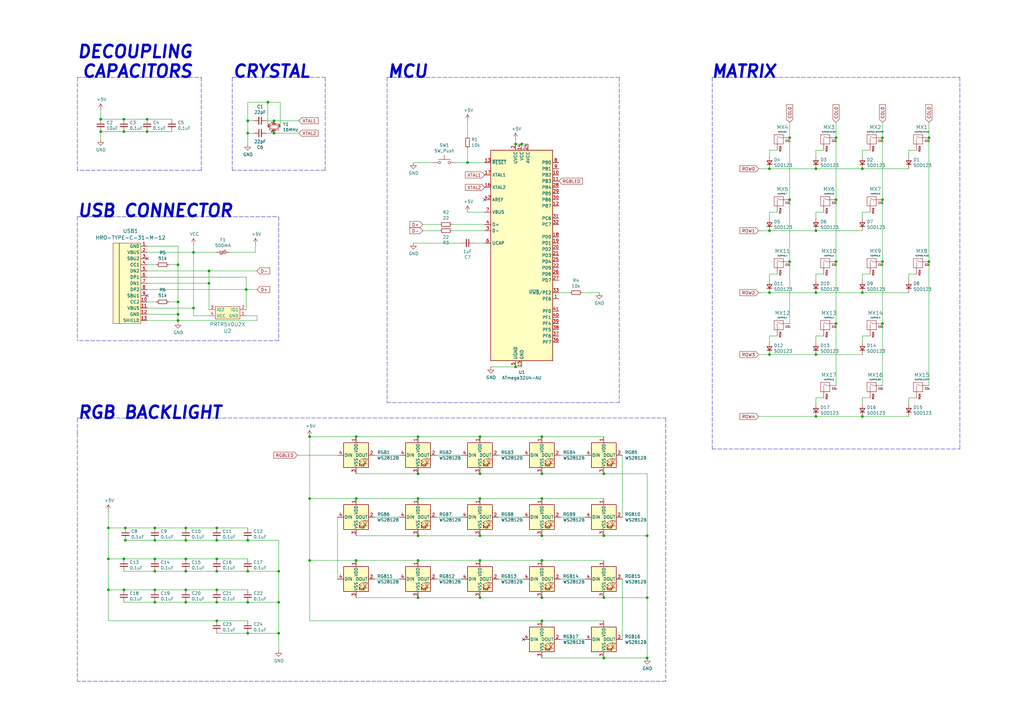
<source format=kicad_sch>
(kicad_sch (version 20200512) (host eeschema "(5.99.0-1822-g1792479ca)")
  (page 1 1)
  (paper "A3")
  (title_block (title "Picopad") (date "2020-06-18") (rev "v01") (comment 1 "License Information: https://opensource.org/licenses/MIT") (comment 2 "License: MIT") (comment 3 "Author: Humphrey Kwok") (comment 4 "Hotswappable Cherry-MX keyboard PCB supports RGB backlights"))
  (junction (at 41.275 48.895))
  (junction (at 41.275 53.975))
  (junction (at 44.45 216.535))
  (junction (at 44.45 229.235))
  (junction (at 44.45 241.935))
  (junction (at 50.8 48.895))
  (junction (at 50.8 53.975))
  (junction (at 50.8 229.235))
  (junction (at 50.8 241.935))
  (junction (at 51.435 216.535))
  (junction (at 51.435 221.615))
  (junction (at 60.325 48.895))
  (junction (at 60.325 53.975))
  (junction (at 63.5 216.535))
  (junction (at 63.5 221.615))
  (junction (at 63.5 229.235))
  (junction (at 63.5 234.315))
  (junction (at 63.5 241.935))
  (junction (at 63.5 247.015))
  (junction (at 73.025 108.585))
  (junction (at 73.025 123.825))
  (junction (at 73.025 128.905))
  (junction (at 73.025 131.445))
  (junction (at 76.2 216.535))
  (junction (at 76.2 221.615))
  (junction (at 76.2 229.235))
  (junction (at 76.2 234.315))
  (junction (at 76.2 241.935))
  (junction (at 76.2 247.015))
  (junction (at 79.375 103.505))
  (junction (at 79.375 126.365))
  (junction (at 85.725 111.125))
  (junction (at 85.725 116.205))
  (junction (at 88.9 216.535))
  (junction (at 88.9 221.615))
  (junction (at 88.9 229.235))
  (junction (at 88.9 234.315))
  (junction (at 88.9 241.935))
  (junction (at 88.9 247.015))
  (junction (at 88.9 254.635))
  (junction (at 100.965 118.745))
  (junction (at 101.6 49.53))
  (junction (at 101.6 54.61))
  (junction (at 101.6 221.615))
  (junction (at 101.6 234.315))
  (junction (at 101.6 247.015))
  (junction (at 101.6 259.715))
  (junction (at 109.855 41.91))
  (junction (at 112.395 49.53))
  (junction (at 112.395 54.61))
  (junction (at 114.3 234.315))
  (junction (at 114.3 247.015))
  (junction (at 114.3 259.715))
  (junction (at 127 179.07))
  (junction (at 127 204.47))
  (junction (at 127 229.87))
  (junction (at 146.05 179.07))
  (junction (at 146.05 204.47))
  (junction (at 146.05 229.87))
  (junction (at 171.45 179.07))
  (junction (at 171.45 194.31))
  (junction (at 171.45 204.47))
  (junction (at 171.45 219.71))
  (junction (at 171.45 229.87))
  (junction (at 171.45 245.11))
  (junction (at 191.77 66.675))
  (junction (at 196.85 179.07))
  (junction (at 196.85 194.31))
  (junction (at 196.85 204.47))
  (junction (at 196.85 219.71))
  (junction (at 196.85 229.87))
  (junction (at 196.85 245.11))
  (junction (at 211.455 59.055))
  (junction (at 211.455 150.495))
  (junction (at 213.995 59.055))
  (junction (at 222.25 179.07))
  (junction (at 222.25 194.31))
  (junction (at 222.25 204.47))
  (junction (at 222.25 219.71))
  (junction (at 222.25 229.87))
  (junction (at 222.25 245.11))
  (junction (at 222.25 254.635))
  (junction (at 247.65 194.31))
  (junction (at 247.65 219.71))
  (junction (at 247.65 245.11))
  (junction (at 247.65 269.875))
  (junction (at 265.43 219.71))
  (junction (at 265.43 245.11))
  (junction (at 265.43 269.875))
  (junction (at 315.595 69.215))
  (junction (at 315.595 94.615))
  (junction (at 315.595 120.015))
  (junction (at 315.595 145.415))
  (junction (at 323.85 56.515))
  (junction (at 323.85 81.915))
  (junction (at 323.85 107.315))
  (junction (at 334.645 69.215))
  (junction (at 334.645 94.615))
  (junction (at 334.645 120.015))
  (junction (at 334.645 145.415))
  (junction (at 334.645 170.815))
  (junction (at 342.9 56.515))
  (junction (at 342.9 81.915))
  (junction (at 342.9 107.315))
  (junction (at 342.9 132.715))
  (junction (at 353.695 69.215))
  (junction (at 353.695 120.015))
  (junction (at 353.695 170.815))
  (junction (at 361.95 56.515))
  (junction (at 361.95 81.915))
  (junction (at 361.95 107.315))
  (junction (at 361.95 132.715))
  (junction (at 381 56.515))
  (junction (at 381 107.315))
  (no_connect (at 214.63 262.255))
  (no_connect (at 198.755 81.915))
  (no_connect (at 60.325 106.045))
  (no_connect (at 60.325 121.285))
  (wire (pts (xy 41.275 45.085) (xy 41.275 48.895)))
  (wire (pts (xy 41.275 48.895) (xy 50.8 48.895)))
  (wire (pts (xy 41.275 53.975) (xy 41.275 57.15)))
  (wire (pts (xy 41.275 53.975) (xy 50.8 53.975)))
  (wire (pts (xy 44.45 209.55) (xy 44.45 216.535)))
  (wire (pts (xy 44.45 216.535) (xy 44.45 229.235)))
  (wire (pts (xy 44.45 216.535) (xy 51.435 216.535)))
  (wire (pts (xy 44.45 229.235) (xy 44.45 241.935)))
  (wire (pts (xy 44.45 229.235) (xy 50.8 229.235)))
  (wire (pts (xy 44.45 241.935) (xy 44.45 254.635)))
  (wire (pts (xy 44.45 241.935) (xy 50.8 241.935)))
  (wire (pts (xy 44.45 254.635) (xy 88.9 254.635)))
  (wire (pts (xy 50.8 48.895) (xy 60.325 48.895)))
  (wire (pts (xy 50.8 53.975) (xy 60.325 53.975)))
  (wire (pts (xy 50.8 221.615) (xy 51.435 221.615)))
  (wire (pts (xy 50.8 229.235) (xy 63.5 229.235)))
  (wire (pts (xy 50.8 234.315) (xy 63.5 234.315)))
  (wire (pts (xy 50.8 241.935) (xy 63.5 241.935)))
  (wire (pts (xy 50.8 247.015) (xy 63.5 247.015)))
  (wire (pts (xy 51.435 216.535) (xy 63.5 216.535)))
  (wire (pts (xy 51.435 221.615) (xy 63.5 221.615)))
  (wire (pts (xy 60.325 48.895) (xy 70.485 48.895)))
  (wire (pts (xy 60.325 53.975) (xy 70.485 53.975)))
  (wire (pts (xy 60.325 100.965) (xy 73.025 100.965)))
  (wire (pts (xy 60.325 103.505) (xy 79.375 103.505)))
  (wire (pts (xy 60.325 108.585) (xy 64.135 108.585)))
  (wire (pts (xy 60.325 111.125) (xy 85.725 111.125)))
  (wire (pts (xy 60.325 113.665) (xy 100.965 113.665)))
  (wire (pts (xy 60.325 116.205) (xy 85.725 116.205)))
  (wire (pts (xy 60.325 118.745) (xy 100.965 118.745)))
  (wire (pts (xy 60.325 123.825) (xy 64.135 123.825)))
  (wire (pts (xy 60.325 126.365) (xy 79.375 126.365)))
  (wire (pts (xy 60.325 128.905) (xy 73.025 128.905)))
  (wire (pts (xy 60.325 131.445) (xy 73.025 131.445)))
  (wire (pts (xy 63.5 216.535) (xy 76.2 216.535)))
  (wire (pts (xy 63.5 221.615) (xy 76.2 221.615)))
  (wire (pts (xy 63.5 229.235) (xy 76.2 229.235)))
  (wire (pts (xy 63.5 234.315) (xy 76.2 234.315)))
  (wire (pts (xy 63.5 241.935) (xy 76.2 241.935)))
  (wire (pts (xy 63.5 247.015) (xy 76.2 247.015)))
  (wire (pts (xy 69.215 108.585) (xy 73.025 108.585)))
  (wire (pts (xy 69.215 123.825) (xy 73.025 123.825)))
  (wire (pts (xy 73.025 100.965) (xy 73.025 108.585)))
  (wire (pts (xy 73.025 108.585) (xy 73.025 123.825)))
  (wire (pts (xy 73.025 123.825) (xy 73.025 128.905)))
  (wire (pts (xy 73.025 128.905) (xy 73.025 131.445)))
  (wire (pts (xy 73.025 131.445) (xy 73.025 132.08)))
  (wire (pts (xy 73.025 131.445) (xy 105.41 131.445)))
  (wire (pts (xy 76.2 216.535) (xy 88.9 216.535)))
  (wire (pts (xy 76.2 221.615) (xy 88.9 221.615)))
  (wire (pts (xy 76.2 229.235) (xy 88.9 229.235)))
  (wire (pts (xy 76.2 234.315) (xy 88.9 234.315)))
  (wire (pts (xy 76.2 241.935) (xy 88.9 241.935)))
  (wire (pts (xy 76.2 247.015) (xy 88.9 247.015)))
  (wire (pts (xy 79.375 100.33) (xy 79.375 103.505)))
  (wire (pts (xy 79.375 103.505) (xy 79.375 126.365)))
  (wire (pts (xy 79.375 103.505) (xy 88.9 103.505)))
  (wire (pts (xy 79.375 126.365) (xy 79.375 129.54)))
  (wire (pts (xy 79.375 129.54) (xy 85.725 129.54)))
  (wire (pts (xy 85.725 111.125) (xy 85.725 116.205)))
  (wire (pts (xy 85.725 111.125) (xy 105.41 111.125)))
  (wire (pts (xy 85.725 116.205) (xy 85.725 127)))
  (wire (pts (xy 88.9 216.535) (xy 101.6 216.535)))
  (wire (pts (xy 88.9 221.615) (xy 101.6 221.615)))
  (wire (pts (xy 88.9 229.235) (xy 101.6 229.235)))
  (wire (pts (xy 88.9 234.315) (xy 101.6 234.315)))
  (wire (pts (xy 88.9 241.935) (xy 101.6 241.935)))
  (wire (pts (xy 88.9 247.015) (xy 101.6 247.015)))
  (wire (pts (xy 88.9 254.635) (xy 101.6 254.635)))
  (wire (pts (xy 88.9 259.715) (xy 101.6 259.715)))
  (wire (pts (xy 93.98 103.505) (xy 104.775 103.505)))
  (wire (pts (xy 100.965 113.665) (xy 100.965 118.745)))
  (wire (pts (xy 100.965 118.745) (xy 100.965 127)))
  (wire (pts (xy 100.965 118.745) (xy 105.41 118.745)))
  (wire (pts (xy 100.965 129.54) (xy 105.41 129.54)))
  (wire (pts (xy 101.6 41.91) (xy 101.6 49.53)))
  (wire (pts (xy 101.6 49.53) (xy 101.6 54.61)))
  (wire (pts (xy 101.6 54.61) (xy 101.6 59.055)))
  (wire (pts (xy 101.6 221.615) (xy 114.3 221.615)))
  (wire (pts (xy 101.6 234.315) (xy 114.3 234.315)))
  (wire (pts (xy 101.6 247.015) (xy 114.3 247.015)))
  (wire (pts (xy 101.6 259.715) (xy 114.3 259.715)))
  (wire (pts (xy 104.14 49.53) (xy 101.6 49.53)))
  (wire (pts (xy 104.14 54.61) (xy 101.6 54.61)))
  (wire (pts (xy 104.775 103.505) (xy 104.775 100.33)))
  (wire (pts (xy 105.41 131.445) (xy 105.41 129.54)))
  (wire (pts (xy 109.855 41.91) (xy 101.6 41.91)))
  (wire (pts (xy 109.855 41.91) (xy 109.855 52.07)))
  (wire (pts (xy 112.395 49.53) (xy 109.22 49.53)))
  (wire (pts (xy 112.395 49.53) (xy 122.555 49.53)))
  (wire (pts (xy 112.395 54.61) (xy 109.22 54.61)))
  (wire (pts (xy 112.395 54.61) (xy 122.555 54.61)))
  (wire (pts (xy 114.3 221.615) (xy 114.3 234.315)))
  (wire (pts (xy 114.3 234.315) (xy 114.3 247.015)))
  (wire (pts (xy 114.3 247.015) (xy 114.3 259.715)))
  (wire (pts (xy 114.3 259.715) (xy 114.3 266.7)))
  (wire (pts (xy 114.935 41.91) (xy 109.855 41.91)))
  (wire (pts (xy 114.935 52.07) (xy 114.935 41.91)))
  (wire (pts (xy 121.92 186.69) (xy 138.43 186.69)))
  (wire (pts (xy 127 179.07) (xy 127 204.47)))
  (wire (pts (xy 127 179.07) (xy 146.05 179.07)))
  (wire (pts (xy 127 204.47) (xy 127 229.87)))
  (wire (pts (xy 127 204.47) (xy 146.05 204.47)))
  (wire (pts (xy 127 229.87) (xy 127 254.635)))
  (wire (pts (xy 127 229.87) (xy 146.05 229.87)))
  (wire (pts (xy 127 254.635) (xy 222.25 254.635)))
  (wire (pts (xy 138.43 212.09) (xy 138.43 237.49)))
  (wire (pts (xy 146.05 179.07) (xy 171.45 179.07)))
  (wire (pts (xy 146.05 194.31) (xy 171.45 194.31)))
  (wire (pts (xy 146.05 204.47) (xy 171.45 204.47)))
  (wire (pts (xy 146.05 219.71) (xy 171.45 219.71)))
  (wire (pts (xy 146.05 229.87) (xy 171.45 229.87)))
  (wire (pts (xy 146.05 245.11) (xy 171.45 245.11)))
  (wire (pts (xy 153.67 186.69) (xy 163.83 186.69)))
  (wire (pts (xy 153.67 212.09) (xy 163.83 212.09)))
  (wire (pts (xy 153.67 237.49) (xy 163.83 237.49)))
  (wire (pts (xy 169.545 66.675) (xy 177.165 66.675)))
  (wire (pts (xy 169.545 99.695) (xy 189.23 99.695)))
  (wire (pts (xy 171.45 179.07) (xy 196.85 179.07)))
  (wire (pts (xy 171.45 194.31) (xy 196.85 194.31)))
  (wire (pts (xy 171.45 204.47) (xy 196.85 204.47)))
  (wire (pts (xy 171.45 219.71) (xy 196.85 219.71)))
  (wire (pts (xy 171.45 229.87) (xy 196.85 229.87)))
  (wire (pts (xy 171.45 245.11) (xy 196.85 245.11)))
  (wire (pts (xy 173.355 92.075) (xy 180.34 92.075)))
  (wire (pts (xy 173.355 94.615) (xy 180.34 94.615)))
  (wire (pts (xy 179.07 186.69) (xy 189.23 186.69)))
  (wire (pts (xy 179.07 212.09) (xy 189.23 212.09)))
  (wire (pts (xy 179.07 237.49) (xy 189.23 237.49)))
  (wire (pts (xy 185.42 92.075) (xy 198.755 92.075)))
  (wire (pts (xy 185.42 94.615) (xy 198.755 94.615)))
  (wire (pts (xy 187.325 66.675) (xy 191.77 66.675)))
  (wire (pts (xy 191.77 49.53) (xy 191.77 55.88)))
  (wire (pts (xy 191.77 60.96) (xy 191.77 66.675)))
  (wire (pts (xy 191.77 66.675) (xy 198.755 66.675)))
  (wire (pts (xy 191.77 86.995) (xy 198.755 86.995)))
  (wire (pts (xy 194.31 99.695) (xy 198.755 99.695)))
  (wire (pts (xy 196.85 179.07) (xy 222.25 179.07)))
  (wire (pts (xy 196.85 194.31) (xy 222.25 194.31)))
  (wire (pts (xy 196.85 204.47) (xy 222.25 204.47)))
  (wire (pts (xy 196.85 219.71) (xy 222.25 219.71)))
  (wire (pts (xy 196.85 229.87) (xy 222.25 229.87)))
  (wire (pts (xy 196.85 245.11) (xy 222.25 245.11)))
  (wire (pts (xy 201.295 150.495) (xy 211.455 150.495)))
  (wire (pts (xy 204.47 186.69) (xy 214.63 186.69)))
  (wire (pts (xy 204.47 212.09) (xy 214.63 212.09)))
  (wire (pts (xy 204.47 237.49) (xy 214.63 237.49)))
  (wire (pts (xy 211.455 57.15) (xy 211.455 59.055)))
  (wire (pts (xy 211.455 59.055) (xy 213.995 59.055)))
  (wire (pts (xy 211.455 150.495) (xy 213.995 150.495)))
  (wire (pts (xy 213.995 59.055) (xy 216.535 59.055)))
  (wire (pts (xy 222.25 179.07) (xy 247.65 179.07)))
  (wire (pts (xy 222.25 194.31) (xy 247.65 194.31)))
  (wire (pts (xy 222.25 204.47) (xy 247.65 204.47)))
  (wire (pts (xy 222.25 219.71) (xy 247.65 219.71)))
  (wire (pts (xy 222.25 229.87) (xy 247.65 229.87)))
  (wire (pts (xy 222.25 245.11) (xy 247.65 245.11)))
  (wire (pts (xy 222.25 254.635) (xy 247.65 254.635)))
  (wire (pts (xy 222.25 269.875) (xy 247.65 269.875)))
  (wire (pts (xy 229.235 120.015) (xy 233.68 120.015)))
  (wire (pts (xy 229.87 186.69) (xy 240.03 186.69)))
  (wire (pts (xy 229.87 212.09) (xy 240.03 212.09)))
  (wire (pts (xy 229.87 237.49) (xy 240.03 237.49)))
  (wire (pts (xy 229.87 262.255) (xy 240.03 262.255)))
  (wire (pts (xy 238.76 120.015) (xy 245.745 120.015)))
  (wire (pts (xy 247.65 194.31) (xy 265.43 194.31)))
  (wire (pts (xy 247.65 219.71) (xy 265.43 219.71)))
  (wire (pts (xy 247.65 245.11) (xy 265.43 245.11)))
  (wire (pts (xy 247.65 269.875) (xy 265.43 269.875)))
  (wire (pts (xy 255.27 186.69) (xy 255.27 212.09)))
  (wire (pts (xy 255.27 237.49) (xy 255.27 262.255)))
  (wire (pts (xy 265.43 194.31) (xy 265.43 219.71)))
  (wire (pts (xy 265.43 219.71) (xy 265.43 245.11)))
  (wire (pts (xy 265.43 245.11) (xy 265.43 269.875)))
  (wire (pts (xy 311.15 69.215) (xy 315.595 69.215)))
  (wire (pts (xy 311.15 94.615) (xy 315.595 94.615)))
  (wire (pts (xy 311.15 120.015) (xy 315.595 120.015)))
  (wire (pts (xy 311.15 145.415) (xy 315.595 145.415)))
  (wire (pts (xy 311.15 170.815) (xy 334.645 170.815)))
  (wire (pts (xy 315.595 61.595) (xy 315.595 64.135)))
  (wire (pts (xy 315.595 69.215) (xy 334.645 69.215)))
  (wire (pts (xy 315.595 86.995) (xy 315.595 89.535)))
  (wire (pts (xy 315.595 94.615) (xy 334.645 94.615)))
  (wire (pts (xy 315.595 112.395) (xy 315.595 114.935)))
  (wire (pts (xy 315.595 120.015) (xy 334.645 120.015)))
  (wire (pts (xy 315.595 137.795) (xy 318.77 137.795)))
  (wire (pts (xy 315.595 140.335) (xy 315.595 137.795)))
  (wire (pts (xy 315.595 145.415) (xy 334.645 145.415)))
  (wire (pts (xy 318.77 61.595) (xy 315.595 61.595)))
  (wire (pts (xy 318.77 86.995) (xy 315.595 86.995)))
  (wire (pts (xy 318.77 112.395) (xy 315.595 112.395)))
  (wire (pts (xy 323.85 50.165) (xy 323.85 56.515)))
  (wire (pts (xy 323.85 56.515) (xy 323.85 81.915)))
  (wire (pts (xy 323.85 81.915) (xy 323.85 107.315)))
  (wire (pts (xy 323.85 107.315) (xy 323.85 132.715)))
  (wire (pts (xy 334.645 61.595) (xy 334.645 64.135)))
  (wire (pts (xy 334.645 69.215) (xy 353.695 69.215)))
  (wire (pts (xy 334.645 86.995) (xy 334.645 89.535)))
  (wire (pts (xy 334.645 94.615) (xy 353.695 94.615)))
  (wire (pts (xy 334.645 112.395) (xy 334.645 114.935)))
  (wire (pts (xy 334.645 120.015) (xy 353.695 120.015)))
  (wire (pts (xy 334.645 137.795) (xy 337.82 137.795)))
  (wire (pts (xy 334.645 140.335) (xy 334.645 137.795)))
  (wire (pts (xy 334.645 145.415) (xy 353.695 145.415)))
  (wire (pts (xy 334.645 163.195) (xy 337.82 163.195)))
  (wire (pts (xy 334.645 165.735) (xy 334.645 163.195)))
  (wire (pts (xy 334.645 170.815) (xy 353.695 170.815)))
  (wire (pts (xy 337.82 61.595) (xy 334.645 61.595)))
  (wire (pts (xy 337.82 86.995) (xy 334.645 86.995)))
  (wire (pts (xy 337.82 112.395) (xy 334.645 112.395)))
  (wire (pts (xy 342.9 50.165) (xy 342.9 56.515)))
  (wire (pts (xy 342.9 56.515) (xy 342.9 81.915)))
  (wire (pts (xy 342.9 81.915) (xy 342.9 107.315)))
  (wire (pts (xy 342.9 107.315) (xy 342.9 132.715)))
  (wire (pts (xy 342.9 132.715) (xy 342.9 158.115)))
  (wire (pts (xy 353.695 61.595) (xy 353.695 64.135)))
  (wire (pts (xy 353.695 69.215) (xy 372.745 69.215)))
  (wire (pts (xy 353.695 86.995) (xy 353.695 89.535)))
  (wire (pts (xy 353.695 112.395) (xy 353.695 114.935)))
  (wire (pts (xy 353.695 120.015) (xy 372.745 120.015)))
  (wire (pts (xy 353.695 137.795) (xy 356.87 137.795)))
  (wire (pts (xy 353.695 140.335) (xy 353.695 137.795)))
  (wire (pts (xy 353.695 163.195) (xy 356.87 163.195)))
  (wire (pts (xy 353.695 165.735) (xy 353.695 163.195)))
  (wire (pts (xy 353.695 170.815) (xy 372.745 170.815)))
  (wire (pts (xy 356.87 61.595) (xy 353.695 61.595)))
  (wire (pts (xy 356.87 86.995) (xy 353.695 86.995)))
  (wire (pts (xy 356.87 112.395) (xy 353.695 112.395)))
  (wire (pts (xy 361.95 50.165) (xy 361.95 56.515)))
  (wire (pts (xy 361.95 56.515) (xy 361.95 81.915)))
  (wire (pts (xy 361.95 81.915) (xy 361.95 107.315)))
  (wire (pts (xy 361.95 107.315) (xy 361.95 132.715)))
  (wire (pts (xy 361.95 132.715) (xy 361.95 158.115)))
  (wire (pts (xy 372.745 61.595) (xy 372.745 64.135)))
  (wire (pts (xy 372.745 112.395) (xy 372.745 114.935)))
  (wire (pts (xy 372.745 163.195) (xy 375.92 163.195)))
  (wire (pts (xy 372.745 165.735) (xy 372.745 163.195)))
  (wire (pts (xy 375.92 61.595) (xy 372.745 61.595)))
  (wire (pts (xy 375.92 112.395) (xy 372.745 112.395)))
  (wire (pts (xy 381 50.165) (xy 381 56.515)))
  (wire (pts (xy 381 56.515) (xy 381 107.315)))
  (wire (pts (xy 381 107.315) (xy 381 158.115)))
  (polyline (pts (xy 31.75 31.75) (xy 31.75 69.85)) (stroke (width 0) (type dash)))
  (polyline (pts (xy 31.75 31.75) (xy 82.55 31.75)) (stroke (width 0) (type dash)))
  (polyline (pts (xy 31.75 88.9) (xy 31.75 139.7)) (stroke (width 0) (type dash)))
  (polyline (pts (xy 31.75 88.9) (xy 114.3 88.9)) (stroke (width 0) (type dash)))
  (polyline (pts (xy 31.75 171.45) (xy 273.05 171.45)) (stroke (width 0) (type dash)))
  (polyline (pts (xy 31.75 177.8) (xy 31.75 171.45)) (stroke (width 0) (type dash)))
  (polyline (pts (xy 31.75 177.8) (xy 31.75 279.4)) (stroke (width 0) (type dash)))
  (polyline (pts (xy 82.55 31.75) (xy 82.55 69.85)) (stroke (width 0) (type dash)))
  (polyline (pts (xy 82.55 69.85) (xy 31.75 69.85)) (stroke (width 0) (type dash)))
  (polyline (pts (xy 95.25 31.75) (xy 95.25 69.85)) (stroke (width 0) (type dash)))
  (polyline (pts (xy 95.25 31.75) (xy 133.35 31.75)) (stroke (width 0) (type dash)))
  (polyline (pts (xy 114.3 88.9) (xy 114.3 139.7)) (stroke (width 0) (type dash)))
  (polyline (pts (xy 114.3 139.7) (xy 31.75 139.7)) (stroke (width 0) (type dash)))
  (polyline (pts (xy 133.35 31.75) (xy 133.35 69.85)) (stroke (width 0) (type dash)))
  (polyline (pts (xy 133.35 69.85) (xy 95.25 69.85)) (stroke (width 0) (type dash)))
  (polyline (pts (xy 158.75 31.75) (xy 158.75 165.1)) (stroke (width 0) (type dash)))
  (polyline (pts (xy 158.75 31.75) (xy 254 31.75)) (stroke (width 0) (type dash)))
  (polyline (pts (xy 254 31.75) (xy 254 165.1)) (stroke (width 0) (type dash)))
  (polyline (pts (xy 254 165.1) (xy 158.75 165.1)) (stroke (width 0) (type dash)))
  (polyline (pts (xy 273.05 171.45) (xy 273.05 279.4)) (stroke (width 0) (type dash)))
  (polyline (pts (xy 273.05 279.4) (xy 31.75 279.4)) (stroke (width 0) (type dash)))
  (polyline (pts (xy 292.1 31.75) (xy 292.1 184.15)) (stroke (width 0) (type dash)))
  (polyline (pts (xy 292.1 31.75) (xy 393.7 31.75)) (stroke (width 0) (type dash)))
  (polyline (pts (xy 292.1 184.15) (xy 393.7 184.15)) (stroke (width 0) (type dash)))
  (polyline (pts (xy 393.7 184.15) (xy 393.7 31.75)) (stroke (width 0) (type dash)))
  (text "DECOUPLING\nCAPACITORS" (at 79.375 32.385 180) (effects (font (size 5 5) (thickness 1) bold italic) (justify right bottom)))
  (text "RGB BACKLIGHT\n\n" (at 91.44 180.34 180) (effects (font (size 5 5) (thickness 1) bold italic) (justify right bottom)))
  (text "USB CONNECTOR\n" (at 95.885 89.535 180) (effects (font (size 5 5) (thickness 1) bold italic) (justify right bottom)))
  (text "CRYSTAL" (at 127.635 32.385 180) (effects (font (size 5 5) (thickness 1) bold italic) (justify right bottom)))
  (text "MCU\n" (at 175.895 32.385 180) (effects (font (size 5 5) (thickness 1) bold italic) (justify right bottom)))
  (text "MATRIX" (at 318.77 32.385 180) (effects (font (size 5 5) (thickness 1) bold italic) (justify right bottom)))
  (global_label "D-" (shape input) (at 105.41 111.125 0))
  (global_label "D+" (shape input) (at 105.41 118.745 0))
  (global_label "RGBLED" (shape input) (at 121.92 186.69 180))
  (global_label "XTAL1" (shape input) (at 122.555 49.53 0))
  (global_label "XTAL2" (shape input) (at 122.555 54.61 0))
  (global_label "D+" (shape input) (at 173.355 92.075 180))
  (global_label "D-" (shape input) (at 173.355 94.615 180))
  (global_label "XTAL1" (shape input) (at 198.755 71.755 180))
  (global_label "XTAL2" (shape input) (at 198.755 76.835 180))
  (global_label "RGBLED" (shape input) (at 229.235 74.295 0))
  (global_label "ROW0" (shape input) (at 311.15 69.215 180))
  (global_label "ROW1" (shape input) (at 311.15 94.615 180))
  (global_label "ROW2" (shape input) (at 311.15 120.015 180))
  (global_label "ROW3" (shape input) (at 311.15 145.415 180))
  (global_label "ROW4" (shape input) (at 311.15 170.815 180))
  (global_label "COL0" (shape input) (at 323.85 50.165 90))
  (global_label "COL0" (shape input) (at 342.9 50.165 90))
  (global_label "COL0" (shape input) (at 361.95 50.165 90))
  (global_label "COL0" (shape input) (at 381 50.165 90))
  (symbol (lib_id "power:+5V") (at 41.275 45.085 0) (unit 1)
    (property "Reference" "#PWR0116" (effects hide))
    (property "Value" "+5V" (at 41.6433 40.7606 0))
  )
  (symbol (lib_id "power:+5V") (at 44.45 209.55 0) (unit 1)
    (property "Reference" "#PWR0101" (effects hide))
    (property "Value" "+5V" (at 44.8183 205.2256 0))
  )
  (symbol (lib_id "power:VCC") (at 79.375 100.33 0) (unit 1)
    (property "Reference" "#PWR0102" (effects hide))
    (property "Value" "VCC" (at 79.7433 96.0056 0))
  )
  (symbol (lib_id "power:+5V") (at 104.775 100.33 0) (unit 1)
    (property "Reference" "#PWR0103" (effects hide))
    (property "Value" "+5V" (at 105.1433 96.0056 0))
  )
  (symbol (lib_id "power:+5V") (at 127 179.07 0) (unit 1)
    (property "Reference" "#PWR0117" (effects hide))
    (property "Value" "+5V" (at 127.3683 174.7456 0))
  )
  (symbol (lib_id "power:+5V") (at 191.77 49.53 0) (unit 1)
    (property "Reference" "#PWR0111" (effects hide))
    (property "Value" "+5V" (at 192.1383 45.2056 0))
  )
  (symbol (lib_id "power:+5V") (at 191.77 86.995 0) (unit 1)
    (property "Reference" "#PWR0113" (effects hide))
    (property "Value" "+5V" (at 192.1383 82.6706 0))
  )
  (symbol (lib_id "power:+5V") (at 211.455 57.15 0) (unit 1)
    (property "Reference" "#PWR0110" (effects hide))
    (property "Value" "+5V" (at 211.8233 52.8256 0))
  )
  (symbol (lib_id "power:GND") (at 41.275 57.15 0) (unit 1)
    (property "Reference" "#PWR?" (effects hide))
    (property "Value" "GND" (at 41.3893 61.4744 0))
  )
  (symbol (lib_id "power:GND") (at 73.025 132.08 0) (unit 1)
    (property "Reference" "#PWR0104" (effects hide))
    (property "Value" "GND" (at 73.1393 136.4044 0))
  )
  (symbol (lib_id "power:GND") (at 101.6 59.055 0) (unit 1)
    (property "Reference" "#PWR0107" (effects hide))
    (property "Value" "GND" (at 101.7143 63.3794 0))
  )
  (symbol (lib_id "power:GND") (at 114.3 266.7 0) (unit 1)
    (property "Reference" "#PWR0106" (effects hide))
    (property "Value" "GND" (at 114.4143 271.0244 0))
  )
  (symbol (lib_id "power:GND") (at 169.545 66.675 0) (unit 1)
    (property "Reference" "#PWR0108" (effects hide))
    (property "Value" "GND" (at 169.6593 70.9994 0))
  )
  (symbol (lib_id "power:GND") (at 169.545 99.695 0) (unit 1)
    (property "Reference" "#PWR0114" (effects hide))
    (property "Value" "GND" (at 169.6593 104.0194 0))
  )
  (symbol (lib_id "power:GND") (at 201.295 150.495 0) (unit 1)
    (property "Reference" "#PWR0112" (effects hide))
    (property "Value" "GND" (at 201.4093 154.8194 0))
  )
  (symbol (lib_id "power:GND") (at 245.745 120.015 0) (unit 1)
    (property "Reference" "#PWR0109" (effects hide))
    (property "Value" "GND" (at 245.8593 124.3394 0))
  )
  (symbol (lib_id "power:GND") (at 265.43 269.875 0) (unit 1)
    (property "Reference" "#PWR0105" (effects hide))
    (property "Value" "GND" (at 265.5443 274.1994 0))
  )
  (symbol (lib_id "Device:R_Small") (at 66.675 108.585 270) (unit 1)
    (property "Reference" "R5" (at 66.675 103.638 90))
    (property "Value" "51k" (at 66.675 105.937 90))
    (property "Footprint" "Resistor_SMD:R_0805_2012Metric" (effects hide))
  )
  (symbol (lib_id "Device:R_Small") (at 66.675 123.825 270) (unit 1)
    (property "Reference" "R6" (at 66.675 118.878 90))
    (property "Value" "51k" (at 66.675 121.177 90))
    (property "Footprint" "Resistor_SMD:R_0805_2012Metric" (effects hide))
  )
  (symbol (lib_id "Device:R_Small") (at 182.88 92.075 90) (unit 1)
    (property "Reference" "R2" (at 182.88 87.1282 90))
    (property "Value" "22" (at 182.88 89.427 90))
    (property "Footprint" "Resistor_SMD:R_0805_2012Metric" (effects hide))
  )
  (symbol (lib_id "Device:R_Small") (at 182.88 94.615 270) (unit 1)
    (property "Reference" "R3" (at 182.88 99.5618 90))
    (property "Value" "22" (at 182.88 97.263 90))
    (property "Footprint" "Resistor_SMD:R_0805_2012Metric" (effects hide))
  )
  (symbol (lib_id "Device:R_Small") (at 191.77 58.42 0) (unit 1)
    (property "Reference" "R1" (at 193.2687 57.2706 0) (effects (justify left)))
    (property "Value" "10k" (at 193.269 59.569 0) (effects (justify left)))
    (property "Footprint" "Resistor_SMD:R_0805_2012Metric" (effects hide))
  )
  (symbol (lib_id "Device:R_Small") (at 236.22 120.015 90) (unit 1)
    (property "Reference" "R4" (at 236.22 115.068 90))
    (property "Value" "10k" (at 236.22 117.367 90))
    (property "Footprint" "Resistor_SMD:R_0805_2012Metric" (effects hide))
  )
  (symbol (lib_id "Device:Polyfuse_Small") (at 91.44 103.505 90) (unit 1)
    (property "Reference" "F1" (at 91.44 98.4058 90))
    (property "Value" "500mA" (at 91.44 100.705 90))
    (property "Footprint" "Fuse:Fuse_1206_3216Metric" (effects hide))
  )
  (symbol (lib_id "Device:D_Small") (at 315.595 66.675 90) (unit 1)
    (property "Reference" "D4" (at 317.373 65.526 90) (effects (justify right)))
    (property "Value" "SOD123" (at 317.373 67.824 90) (effects (justify right)))
    (property "Footprint" "Diode_SMD:D_SOD-123" (effects hide))
  )
  (symbol (lib_id "Device:D_Small") (at 315.595 92.075 90) (unit 1)
    (property "Reference" "D5" (at 317.3731 90.9256 90) (effects (justify right)))
    (property "Value" "SOD123" (at 317.373 93.224 90) (effects (justify right)))
    (property "Footprint" "Diode_SMD:D_SOD-123" (effects hide))
  )
  (symbol (lib_id "Device:D_Small") (at 315.595 117.475 90) (unit 1)
    (property "Reference" "D11" (at 317.373 116.326 90) (effects (justify right)))
    (property "Value" "SOD123" (at 317.373 118.624 90) (effects (justify right)))
    (property "Footprint" "Diode_SMD:D_SOD-123" (effects hide))
  )
  (symbol (lib_id "Device:D_Small") (at 315.595 142.875 90) (unit 1)
    (property "Reference" "D12" (at 317.3731 141.7256 90) (effects (justify right)))
    (property "Value" "SOD123" (at 317.373 144.024 90) (effects (justify right)))
    (property "Footprint" "Diode_SMD:D_SOD-123" (effects hide))
  )
  (symbol (lib_id "Device:D_Small") (at 334.645 66.675 90) (unit 1)
    (property "Reference" "D3" (at 336.423 65.526 90) (effects (justify right)))
    (property "Value" "SOD123" (at 336.423 67.824 90) (effects (justify right)))
    (property "Footprint" "Diode_SMD:D_SOD-123" (effects hide))
  )
  (symbol (lib_id "Device:D_Small") (at 334.645 92.075 90) (unit 1)
    (property "Reference" "D6" (at 336.4231 90.9256 90) (effects (justify right)))
    (property "Value" "SOD123" (at 336.423 93.224 90) (effects (justify right)))
    (property "Footprint" "Diode_SMD:D_SOD-123" (effects hide))
  )
  (symbol (lib_id "Device:D_Small") (at 334.645 117.475 90) (unit 1)
    (property "Reference" "D10" (at 336.423 116.326 90) (effects (justify right)))
    (property "Value" "SOD123" (at 336.423 118.624 90) (effects (justify right)))
    (property "Footprint" "Diode_SMD:D_SOD-123" (effects hide))
  )
  (symbol (lib_id "Device:D_Small") (at 334.645 142.875 90) (unit 1)
    (property "Reference" "D13" (at 336.4231 141.7256 90) (effects (justify right)))
    (property "Value" "SOD123" (at 336.423 144.024 90) (effects (justify right)))
    (property "Footprint" "Diode_SMD:D_SOD-123" (effects hide))
  )
  (symbol (lib_id "Device:D_Small") (at 334.645 168.275 90) (unit 1)
    (property "Reference" "D17" (at 336.423 167.126 90) (effects (justify right)))
    (property "Value" "SOD123" (at 336.423 169.424 90) (effects (justify right)))
    (property "Footprint" "Diode_SMD:D_SOD-123" (effects hide))
  )
  (symbol (lib_id "Device:D_Small") (at 353.695 66.675 90) (unit 1)
    (property "Reference" "D2" (at 355.473 65.526 90) (effects (justify right)))
    (property "Value" "SOD123" (at 355.473 67.824 90) (effects (justify right)))
    (property "Footprint" "Diode_SMD:D_SOD-123" (effects hide))
  )
  (symbol (lib_id "Device:D_Small") (at 353.695 92.075 90) (unit 1)
    (property "Reference" "D7" (at 355.4731 90.9256 90) (effects (justify right)))
    (property "Value" "SOD123" (at 355.473 93.224 90) (effects (justify right)))
    (property "Footprint" "Diode_SMD:D_SOD-123" (effects hide))
  )
  (symbol (lib_id "Device:D_Small") (at 353.695 117.475 90) (unit 1)
    (property "Reference" "D9" (at 355.473 116.326 90) (effects (justify right)))
    (property "Value" "SOD123" (at 355.473 118.624 90) (effects (justify right)))
    (property "Footprint" "Diode_SMD:D_SOD-123" (effects hide))
  )
  (symbol (lib_id "Device:D_Small") (at 353.695 142.875 90) (unit 1)
    (property "Reference" "D14" (at 355.4731 141.7256 90) (effects (justify right)))
    (property "Value" "SOD123" (at 355.473 144.024 90) (effects (justify right)))
    (property "Footprint" "Diode_SMD:D_SOD-123" (effects hide))
  )
  (symbol (lib_id "Device:D_Small") (at 353.695 168.275 90) (unit 1)
    (property "Reference" "D16" (at 355.4731 167.1256 90) (effects (justify right)))
    (property "Value" "SOD123" (at 355.473 169.424 90) (effects (justify right)))
    (property "Footprint" "Diode_SMD:D_SOD-123" (effects hide))
  )
  (symbol (lib_id "Device:D_Small") (at 372.745 66.675 90) (unit 1)
    (property "Reference" "D1" (at 374.523 65.526 90) (effects (justify right)))
    (property "Value" "SOD123" (at 374.523 67.824 90) (effects (justify right)))
    (property "Footprint" "Diode_SMD:D_SOD-123" (effects hide))
  )
  (symbol (lib_id "Device:D_Small") (at 372.745 117.475 90) (unit 1)
    (property "Reference" "D8" (at 374.523 116.326 90) (effects (justify right)))
    (property "Value" "SOD123" (at 374.523 118.624 90) (effects (justify right)))
    (property "Footprint" "Diode_SMD:D_SOD-123" (effects hide))
  )
  (symbol (lib_id "Device:D_Small") (at 372.745 168.275 90) (unit 1)
    (property "Reference" "D15" (at 374.523 167.126 90) (effects (justify right)))
    (property "Value" "SOD123" (at 374.523 169.424 90) (effects (justify right)))
    (property "Footprint" "Diode_SMD:D_SOD-123" (effects hide))
  )
  (symbol (lib_id "Device:C_Small") (at 41.275 51.435 0) (unit 1)
    (property "Reference" "C2" (at 43.5992 50.2856 0) (effects (justify left)))
    (property "Value" "10uF" (at 43.599 52.584 0) (effects (justify left)))
    (property "Footprint" "Capacitor_SMD:C_0805_2012Metric" (effects hide))
  )
  (symbol (lib_id "Device:C_Small") (at 50.8 51.435 0) (unit 1)
    (property "Reference" "C3" (at 53.1242 50.2856 0) (effects (justify left)))
    (property "Value" "0.1uF" (at 53.124 52.584 0) (effects (justify left)))
    (property "Footprint" "Capacitor_SMD:C_0805_2012Metric" (effects hide))
  )
  (symbol (lib_name "Device:C_Small_1") (lib_id "Device:C_Small") (at 50.8 231.775 0) (unit 1)
    (property "Reference" "C13" (at 53.1242 230.6256 0) (effects (justify left)))
    (property "Value" "0.1uF" (at 53.124 232.924 0) (effects (justify left)))
    (property "Footprint" "Capacitor_SMD:C_0603_1608Metric" (effects hide))
  )
  (symbol (lib_name "Device:C_Small_1") (lib_id "Device:C_Small") (at 50.8 244.475 0) (unit 1)
    (property "Reference" "C18" (at 53.1242 243.3256 0) (effects (justify left)))
    (property "Value" "0.1uF" (at 53.124 245.624 0) (effects (justify left)))
    (property "Footprint" "Capacitor_SMD:C_0603_1608Metric" (effects hide))
  )
  (symbol (lib_name "Device:C_Small_1") (lib_id "Device:C_Small") (at 51.435 219.075 0) (unit 1)
    (property "Reference" "C8" (at 53.7592 217.9256 0) (effects (justify left)))
    (property "Value" "0.1uF" (at 53.759 220.224 0) (effects (justify left)))
    (property "Footprint" "Capacitor_SMD:C_0603_1608Metric" (effects hide))
  )
  (symbol (lib_id "Device:C_Small") (at 60.325 51.435 0) (unit 1)
    (property "Reference" "C4" (at 62.6492 50.2856 0) (effects (justify left)))
    (property "Value" "0.1uF" (at 62.649 52.584 0) (effects (justify left)))
    (property "Footprint" "Capacitor_SMD:C_0805_2012Metric" (effects hide))
  )
  (symbol (lib_name "Device:C_Small_1") (lib_id "Device:C_Small") (at 63.5 219.075 0) (unit 1)
    (property "Reference" "C9" (at 65.8242 217.9256 0) (effects (justify left)))
    (property "Value" "0.1uF" (at 65.824 220.224 0) (effects (justify left)))
    (property "Footprint" "Capacitor_SMD:C_0603_1608Metric" (effects hide))
  )
  (symbol (lib_name "Device:C_Small_1") (lib_id "Device:C_Small") (at 63.5 231.775 0) (unit 1)
    (property "Reference" "C14" (at 65.8242 230.6256 0) (effects (justify left)))
    (property "Value" "0.1uF" (at 65.824 232.924 0) (effects (justify left)))
    (property "Footprint" "Capacitor_SMD:C_0603_1608Metric" (effects hide))
  )
  (symbol (lib_name "Device:C_Small_1") (lib_id "Device:C_Small") (at 63.5 244.475 0) (unit 1)
    (property "Reference" "C19" (at 65.8242 243.3256 0) (effects (justify left)))
    (property "Value" "0.1uF" (at 65.824 245.624 0) (effects (justify left)))
    (property "Footprint" "Capacitor_SMD:C_0603_1608Metric" (effects hide))
  )
  (symbol (lib_id "Device:C_Small") (at 70.485 51.435 0) (unit 1)
    (property "Reference" "C5" (at 72.8092 50.2856 0) (effects (justify left)))
    (property "Value" "0.1uF" (at 72.809 52.584 0) (effects (justify left)))
    (property "Footprint" "Capacitor_SMD:C_0805_2012Metric" (effects hide))
  )
  (symbol (lib_name "Device:C_Small_1") (lib_id "Device:C_Small") (at 76.2 219.075 0) (unit 1)
    (property "Reference" "C10" (at 78.5242 217.9256 0) (effects (justify left)))
    (property "Value" "0.1uF" (at 78.524 220.224 0) (effects (justify left)))
    (property "Footprint" "Capacitor_SMD:C_0603_1608Metric" (effects hide))
  )
  (symbol (lib_name "Device:C_Small_1") (lib_id "Device:C_Small") (at 76.2 231.775 0) (unit 1)
    (property "Reference" "C15" (at 78.5242 230.6256 0) (effects (justify left)))
    (property "Value" "0.1uF" (at 78.524 232.924 0) (effects (justify left)))
    (property "Footprint" "Capacitor_SMD:C_0603_1608Metric" (effects hide))
  )
  (symbol (lib_name "Device:C_Small_1") (lib_id "Device:C_Small") (at 76.2 244.475 0) (unit 1)
    (property "Reference" "C20" (at 78.5242 243.3256 0) (effects (justify left)))
    (property "Value" "0.1uF" (at 78.524 245.624 0) (effects (justify left)))
    (property "Footprint" "Capacitor_SMD:C_0603_1608Metric" (effects hide))
  )
  (symbol (lib_name "Device:C_Small_1") (lib_id "Device:C_Small") (at 88.9 219.075 0) (unit 1)
    (property "Reference" "C11" (at 91.2242 217.9256 0) (effects (justify left)))
    (property "Value" "0.1uF" (at 91.224 220.224 0) (effects (justify left)))
    (property "Footprint" "Capacitor_SMD:C_0603_1608Metric" (effects hide))
  )
  (symbol (lib_name "Device:C_Small_1") (lib_id "Device:C_Small") (at 88.9 231.775 0) (unit 1)
    (property "Reference" "C16" (at 91.2242 230.6256 0) (effects (justify left)))
    (property "Value" "0.1uF" (at 91.224 232.924 0) (effects (justify left)))
    (property "Footprint" "Capacitor_SMD:C_0603_1608Metric" (effects hide))
  )
  (symbol (lib_name "Device:C_Small_1") (lib_id "Device:C_Small") (at 88.9 244.475 0) (unit 1)
    (property "Reference" "C21" (at 91.2242 243.3256 0) (effects (justify left)))
    (property "Value" "0.1uF" (at 91.224 245.624 0) (effects (justify left)))
    (property "Footprint" "Capacitor_SMD:C_0603_1608Metric" (effects hide))
  )
  (symbol (lib_name "Device:C_Small_1") (lib_id "Device:C_Small") (at 88.9 257.175 0) (unit 1)
    (property "Reference" "C23" (at 91.224 256.026 0) (effects (justify left)))
    (property "Value" "0.1uF" (at 91.224 258.324 0) (effects (justify left)))
    (property "Footprint" "Capacitor_SMD:C_0603_1608Metric" (effects hide))
  )
  (symbol (lib_name "Device:C_Small_1") (lib_id "Device:C_Small") (at 101.6 219.075 0) (unit 1)
    (property "Reference" "C12" (at 103.9242 217.9256 0) (effects (justify left)))
    (property "Value" "0.1uF" (at 103.924 220.224 0) (effects (justify left)))
    (property "Footprint" "Capacitor_SMD:C_0603_1608Metric" (effects hide))
  )
  (symbol (lib_name "Device:C_Small_1") (lib_id "Device:C_Small") (at 101.6 231.775 0) (unit 1)
    (property "Reference" "C17" (at 103.9242 230.6256 0) (effects (justify left)))
    (property "Value" "0.1uF" (at 103.924 232.924 0) (effects (justify left)))
    (property "Footprint" "Capacitor_SMD:C_0603_1608Metric" (effects hide))
  )
  (symbol (lib_name "Device:C_Small_1") (lib_id "Device:C_Small") (at 101.6 244.475 0) (unit 1)
    (property "Reference" "C22" (at 103.9242 243.3256 0) (effects (justify left)))
    (property "Value" "0.1uF" (at 103.924 245.624 0) (effects (justify left)))
    (property "Footprint" "Capacitor_SMD:C_0603_1608Metric" (effects hide))
  )
  (symbol (lib_name "Device:C_Small_1") (lib_id "Device:C_Small") (at 101.6 257.175 0) (unit 1)
    (property "Reference" "C24" (at 103.924 256.026 0) (effects (justify left)))
    (property "Value" "0.1uF" (at 103.924 258.324 0) (effects (justify left)))
    (property "Footprint" "Capacitor_SMD:C_0603_1608Metric" (effects hide))
  )
  (symbol (lib_id "Device:C_Small") (at 106.68 49.53 270) (unit 1)
    (property "Reference" "C1" (at 106.68 43.7577 90))
    (property "Value" "22pF" (at 106.68 46.056 90))
    (property "Footprint" "Capacitor_SMD:C_0805_2012Metric" (effects hide))
  )
  (symbol (lib_id "Device:C_Small") (at 106.68 54.61 90) (unit 1)
    (property "Reference" "C6" (at 106.68 60.3823 90))
    (property "Value" "22pF" (at 106.68 58.084 90))
    (property "Footprint" "Capacitor_SMD:C_0805_2012Metric" (effects hide))
  )
  (symbol (lib_id "Device:C_Small") (at 191.77 99.695 270) (unit 1)
    (property "Reference" "C7" (at 191.77 105.4673 90))
    (property "Value" "1uF" (at 191.77 103.169 90))
    (property "Footprint" "Capacitor_SMD:C_0805_2012Metric" (effects hide))
  )
  (symbol (lib_id "Device:Crystal_GND24_Small") (at 112.395 52.07 270) (unit 1)
    (property "Reference" "Y1" (at 115.9511 50.9206 90) (effects (justify left)))
    (property "Value" "16MHz" (at 115.951 53.219 90) (effects (justify left)))
    (property "Footprint" "Crystal:Crystal_SMD_3225-4Pin_3.2x2.5mm" (effects hide))
  )
  (symbol (lib_id "Switch:SW_Push") (at 182.245 66.675 0) (unit 1)
    (property "Reference" "SW1" (at 182.245 59.5438 0))
    (property "Value" "SW_Push" (at 182.245 61.8425 0))
    (property "Footprint" "Random-keyboard-parts:SKQG-1155865" (effects hide))
  )
  (symbol (lib_id "MX-switches:MX-NoLED") (at 320.04 57.785 0) (unit 1)
    (property "Reference" "MX4" (at 320.925 52.184 0) (effects (font (size 1.524 1.524))))
    (property "Value" "NUMLOCK" (at 320.925 54.074 0) (effects (font (size 0.508 0.508))))
    (property "Footprint" "picopad:MXOnly-1U-Hotswap" (effects hide))
  )
  (symbol (lib_id "MX-switches:MX-NoLED") (at 320.04 83.185 0) (unit 1)
    (property "Reference" "MX5" (at 320.9255 77.5842 0) (effects (font (size 1.524 1.524))))
    (property "Value" "NUMPAD_7" (at 320.925 79.474 0) (effects (font (size 0.508 0.508))))
    (property "Footprint" "picopad:MXOnly-1U-Hotswap" (effects hide))
  )
  (symbol (lib_id "MX-switches:MX-NoLED") (at 320.04 108.585 0) (unit 1)
    (property "Reference" "MX11" (at 320.925 102.984 0) (effects (font (size 1.524 1.524))))
    (property "Value" "NUMPAD_4" (at 320.925 104.874 0) (effects (font (size 0.508 0.508))))
    (property "Footprint" "picopad:MXOnly-1U-Hotswap" (effects hide))
  )
  (symbol (lib_id "MX-switches:MX-NoLED") (at 320.04 133.985 0) (unit 1)
    (property "Reference" "MX12" (at 320.9255 128.3842 0) (effects (font (size 1.524 1.524))))
    (property "Value" "NUMPAD_1" (at 320.925 130.274 0) (effects (font (size 0.508 0.508))))
    (property "Footprint" "picopad:MXOnly-1U-Hotswap" (effects hide))
  )
  (symbol (lib_id "MX-switches:MX-NoLED") (at 339.09 57.785 0) (unit 1)
    (property "Reference" "MX3" (at 339.976 52.184 0) (effects (font (size 1.524 1.524))))
    (property "Value" "NUMPAD_SLASH" (at 339.975 54.074 0) (effects (font (size 0.508 0.508))))
    (property "Footprint" "picopad:MXOnly-1U-Hotswap" (effects hide))
  )
  (symbol (lib_id "MX-switches:MX-NoLED") (at 339.09 83.185 0) (unit 1)
    (property "Reference" "MX6" (at 339.9755 77.5842 0) (effects (font (size 1.524 1.524))))
    (property "Value" "NUMPAD_8" (at 339.975 79.474 0) (effects (font (size 0.508 0.508))))
    (property "Footprint" "picopad:MXOnly-1U-Hotswap" (effects hide))
  )
  (symbol (lib_id "MX-switches:MX-NoLED") (at 339.09 108.585 0) (unit 1)
    (property "Reference" "MX10" (at 339.976 102.984 0) (effects (font (size 1.524 1.524))))
    (property "Value" "NUMPAD_5" (at 339.975 104.874 0) (effects (font (size 0.508 0.508))))
    (property "Footprint" "picopad:MXOnly-1U-Hotswap" (effects hide))
  )
  (symbol (lib_id "MX-switches:MX-NoLED") (at 339.09 133.985 0) (unit 1)
    (property "Reference" "MX13" (at 339.9755 128.3842 0) (effects (font (size 1.524 1.524))))
    (property "Value" "NUMPAD_2" (at 339.975 130.274 0) (effects (font (size 0.508 0.508))))
    (property "Footprint" "picopad:MXOnly-1U-Hotswap" (effects hide))
  )
  (symbol (lib_id "MX-switches:MX-NoLED") (at 339.09 159.385 0) (unit 1)
    (property "Reference" "MX17" (at 339.976 153.784 0) (effects (font (size 1.524 1.524))))
    (property "Value" "NUMPAD_0" (at 339.975 155.674 0) (effects (font (size 0.508 0.508))))
    (property "Footprint" "picopad:MXOnly-2U-Hotswap" (effects hide))
  )
  (symbol (lib_id "MX-switches:MX-NoLED") (at 358.14 57.785 0) (unit 1)
    (property "Reference" "MX2" (at 359.026 52.184 0) (effects (font (size 1.524 1.524))))
    (property "Value" "NUMPAD_ASTERISK" (at 359.026 54.074 0) (effects (font (size 0.508 0.508))))
    (property "Footprint" "picopad:MXOnly-1U-Hotswap" (effects hide))
  )
  (symbol (lib_id "MX-switches:MX-NoLED") (at 358.14 83.185 0) (unit 1)
    (property "Reference" "MX7" (at 359.0255 77.5842 0) (effects (font (size 1.524 1.524))))
    (property "Value" "NUMPAD_9" (at 359.026 79.474 0) (effects (font (size 0.508 0.508))))
    (property "Footprint" "picopad:MXOnly-1U-Hotswap" (effects hide))
  )
  (symbol (lib_id "MX-switches:MX-NoLED") (at 358.14 108.585 0) (unit 1)
    (property "Reference" "MX9" (at 359.026 102.984 0) (effects (font (size 1.524 1.524))))
    (property "Value" "NUMPAD_6" (at 359.026 104.874 0) (effects (font (size 0.508 0.508))))
    (property "Footprint" "picopad:MXOnly-1U-Hotswap" (effects hide))
  )
  (symbol (lib_id "MX-switches:MX-NoLED") (at 358.14 133.985 0) (unit 1)
    (property "Reference" "MX14" (at 359.0255 128.3842 0) (effects (font (size 1.524 1.524))))
    (property "Value" "NUMPAD_3" (at 359.026 130.274 0) (effects (font (size 0.508 0.508))))
    (property "Footprint" "picopad:MXOnly-1U-Hotswap" (effects hide))
  )
  (symbol (lib_id "MX-switches:MX-NoLED") (at 358.14 159.385 0) (unit 1)
    (property "Reference" "MX16" (at 359.0255 153.7842 0) (effects (font (size 1.524 1.524))))
    (property "Value" "NUMPAD_DOT" (at 359.026 155.674 0) (effects (font (size 0.508 0.508))))
    (property "Footprint" "picopad:MXOnly-1U-Hotswap" (effects hide))
  )
  (symbol (lib_id "MX-switches:MX-NoLED") (at 377.19 57.785 0) (unit 1)
    (property "Reference" "MX1" (at 378.075 52.184 0) (effects (font (size 1.524 1.524))))
    (property "Value" "NUMPAD_MINUS" (at 378.076 54.074 0) (effects (font (size 0.508 0.508))))
    (property "Footprint" "picopad:MXOnly-1U-Hotswap" (effects hide))
  )
  (symbol (lib_id "MX-switches:MX-NoLED") (at 377.19 108.585 0) (unit 1)
    (property "Reference" "MX8" (at 378.075 102.984 0) (effects (font (size 1.524 1.524))))
    (property "Value" "NUMPAD_PLUS" (at 378.076 104.874 0) (effects (font (size 0.508 0.508))))
    (property "Footprint" "picopad:MXOnly-2U-Hotswap-Vertical" (effects hide))
  )
  (symbol (lib_id "MX-switches:MX-NoLED") (at 377.19 159.385 0) (unit 1)
    (property "Reference" "MX15" (at 378.075 153.784 0) (effects (font (size 1.524 1.524))))
    (property "Value" "NUMPAD_ENTER" (at 378.076 155.674 0) (effects (font (size 0.508 0.508))))
    (property "Footprint" "picopad:MXOnly-2U-Hotswap-Vertical" (effects hide))
  )
  (symbol (lib_id "Random-keyboard-parts:PRTR5V0U2X") (at 93.345 128.27 180) (unit 1)
    (property "Reference" "U2" (at 93.345 135.7351 0) (effects (font (size 1.524 1.524))))
    (property "Value" "PRTR5V0U2X" (at 93.345 133.0275 0) (effects (font (size 1.524 1.524))))
    (property "Footprint" "Random-keyboard-parts:SOT143B" (effects hide))
  )
  (symbol (lib_id "LED:WS2812B") (at 146.05 186.69 0) (unit 1)
    (property "Reference" "RGB1" (at 154.686 185.541 0) (effects (justify left)))
    (property "Value" "WS2812B" (at 154.6861 187.8393 0) (effects (justify left)))
    (property "Footprint" "picopad:WS2812B-3528" (effects hide))
    (property "Datasheet" "https://cdn-shop.adafruit.com/datasheets/WS2812B.pdf" (effects hide))
  )
  (symbol (lib_id "LED:WS2812B") (at 146.05 212.09 0) (unit 1)
    (property "Reference" "RGB6" (at 154.686 210.941 0) (effects (justify left)))
    (property "Value" "WS2812B" (at 154.6861 213.2393 0) (effects (justify left)))
    (property "Footprint" "picopad:WS2812B-3528" (effects hide))
    (property "Datasheet" "https://cdn-shop.adafruit.com/datasheets/WS2812B.pdf" (effects hide))
  )
  (symbol (lib_id "LED:WS2812B") (at 146.05 237.49 0) (unit 1)
    (property "Reference" "RGB11" (at 154.686 236.341 0) (effects (justify left)))
    (property "Value" "WS2812B" (at 154.6861 238.6393 0) (effects (justify left)))
    (property "Footprint" "picopad:WS2812B-3528" (effects hide))
    (property "Datasheet" "https://cdn-shop.adafruit.com/datasheets/WS2812B.pdf" (effects hide))
  )
  (symbol (lib_id "LED:WS2812B") (at 171.45 186.69 0) (unit 1)
    (property "Reference" "RGB2" (at 180.086 185.541 0) (effects (justify left)))
    (property "Value" "WS2812B" (at 180.0861 187.8393 0) (effects (justify left)))
    (property "Footprint" "picopad:WS2812B-3528" (effects hide))
    (property "Datasheet" "https://cdn-shop.adafruit.com/datasheets/WS2812B.pdf" (effects hide))
  )
  (symbol (lib_id "LED:WS2812B") (at 171.45 212.09 0) (unit 1)
    (property "Reference" "RGB7" (at 180.086 210.941 0) (effects (justify left)))
    (property "Value" "WS2812B" (at 180.0861 213.2393 0) (effects (justify left)))
    (property "Footprint" "picopad:WS2812B-3528" (effects hide))
    (property "Datasheet" "https://cdn-shop.adafruit.com/datasheets/WS2812B.pdf" (effects hide))
  )
  (symbol (lib_id "LED:WS2812B") (at 171.45 237.49 0) (unit 1)
    (property "Reference" "RGB12" (at 180.086 236.341 0) (effects (justify left)))
    (property "Value" "WS2812B" (at 180.0861 238.6393 0) (effects (justify left)))
    (property "Footprint" "picopad:WS2812B-3528" (effects hide))
    (property "Datasheet" "https://cdn-shop.adafruit.com/datasheets/WS2812B.pdf" (effects hide))
  )
  (symbol (lib_id "LED:WS2812B") (at 196.85 186.69 0) (unit 1)
    (property "Reference" "RGB3" (at 205.486 185.541 0) (effects (justify left)))
    (property "Value" "WS2812B" (at 205.4861 187.8393 0) (effects (justify left)))
    (property "Footprint" "picopad:WS2812B-3528" (effects hide))
    (property "Datasheet" "https://cdn-shop.adafruit.com/datasheets/WS2812B.pdf" (effects hide))
  )
  (symbol (lib_id "LED:WS2812B") (at 196.85 212.09 0) (unit 1)
    (property "Reference" "RGB8" (at 205.486 210.941 0) (effects (justify left)))
    (property "Value" "WS2812B" (at 205.4861 213.2393 0) (effects (justify left)))
    (property "Footprint" "picopad:WS2812B-3528" (effects hide))
    (property "Datasheet" "https://cdn-shop.adafruit.com/datasheets/WS2812B.pdf" (effects hide))
  )
  (symbol (lib_id "LED:WS2812B") (at 196.85 237.49 0) (unit 1)
    (property "Reference" "RGB13" (at 205.486 236.341 0) (effects (justify left)))
    (property "Value" "WS2812B" (at 205.4861 238.6393 0) (effects (justify left)))
    (property "Footprint" "picopad:WS2812B-3528" (effects hide))
    (property "Datasheet" "https://cdn-shop.adafruit.com/datasheets/WS2812B.pdf" (effects hide))
  )
  (symbol (lib_id "LED:WS2812B") (at 222.25 186.69 0) (unit 1)
    (property "Reference" "RGB4" (at 230.886 185.541 0) (effects (justify left)))
    (property "Value" "WS2812B" (at 230.8861 187.8393 0) (effects (justify left)))
    (property "Footprint" "picopad:WS2812B-3528" (effects hide))
    (property "Datasheet" "https://cdn-shop.adafruit.com/datasheets/WS2812B.pdf" (effects hide))
  )
  (symbol (lib_id "LED:WS2812B") (at 222.25 212.09 0) (unit 1)
    (property "Reference" "RGB9" (at 230.886 210.941 0) (effects (justify left)))
    (property "Value" "WS2812B" (at 230.8861 213.2393 0) (effects (justify left)))
    (property "Footprint" "picopad:WS2812B-3528" (effects hide))
    (property "Datasheet" "https://cdn-shop.adafruit.com/datasheets/WS2812B.pdf" (effects hide))
  )
  (symbol (lib_id "LED:WS2812B") (at 222.25 237.49 0) (unit 1)
    (property "Reference" "RGB14" (at 230.886 236.341 0) (effects (justify left)))
    (property "Value" "WS2812B" (at 230.8861 238.6393 0) (effects (justify left)))
    (property "Footprint" "picopad:WS2812B-3528" (effects hide))
    (property "Datasheet" "https://cdn-shop.adafruit.com/datasheets/WS2812B.pdf" (effects hide))
  )
  (symbol (lib_id "LED:WS2812B") (at 222.25 262.255 0) (unit 1)
    (property "Reference" "RGB17" (at 230.886 261.106 0) (effects (justify left)))
    (property "Value" "WS2812B" (at 230.8861 263.4043 0) (effects (justify left)))
    (property "Footprint" "picopad:WS2812B-3528" (effects hide))
    (property "Datasheet" "https://cdn-shop.adafruit.com/datasheets/WS2812B.pdf" (effects hide))
  )
  (symbol (lib_id "LED:WS2812B") (at 247.65 186.69 0) (unit 1)
    (property "Reference" "RGB5" (at 256.286 185.541 0) (effects (justify left)))
    (property "Value" "WS2812B" (at 256.2861 187.8393 0) (effects (justify left)))
    (property "Footprint" "picopad:WS2812B-3528" (effects hide))
    (property "Datasheet" "https://cdn-shop.adafruit.com/datasheets/WS2812B.pdf" (effects hide))
  )
  (symbol (lib_id "LED:WS2812B") (at 247.65 212.09 0) (unit 1)
    (property "Reference" "RGB10" (at 256.286 210.941 0) (effects (justify left)))
    (property "Value" "WS2812B" (at 256.2861 213.2393 0) (effects (justify left)))
    (property "Footprint" "picopad:WS2812B-3528" (effects hide))
    (property "Datasheet" "https://cdn-shop.adafruit.com/datasheets/WS2812B.pdf" (effects hide))
  )
  (symbol (lib_id "LED:WS2812B") (at 247.65 237.49 0) (unit 1)
    (property "Reference" "RGB15" (at 256.286 236.341 0) (effects (justify left)))
    (property "Value" "WS2812B" (at 256.2861 238.6393 0) (effects (justify left)))
    (property "Footprint" "picopad:WS2812B-3528" (effects hide))
    (property "Datasheet" "https://cdn-shop.adafruit.com/datasheets/WS2812B.pdf" (effects hide))
  )
  (symbol (lib_id "LED:WS2812B") (at 247.65 262.255 0) (unit 1)
    (property "Reference" "RGB16" (at 256.286 261.106 0) (effects (justify left)))
    (property "Value" "WS2812B" (at 256.2861 263.4043 0) (effects (justify left)))
    (property "Footprint" "picopad:WS2812B-3528" (effects hide))
    (property "Datasheet" "https://cdn-shop.adafruit.com/datasheets/WS2812B.pdf" (effects hide))
  )
  (symbol (lib_id "Type-C:HRO-TYPE-C-31-M-12") (at 57.785 114.935 0) (unit 1)
    (property "Reference" "USB1" (at 53.5305 94.7699 0) (effects (font (size 1.524 1.524))))
    (property "Value" "HRO-TYPE-C-31-M-12" (at 53.5305 97.4775 0) (effects (font (size 1.524 1.524))))
    (property "Footprint" "Type-C:HRO-TYPE-C-31-M-12" (effects hide))
  )
  (symbol (lib_id "MCU_Microchip_ATmega:ATmega32U4-AU") (at 213.995 104.775 0) (unit 1)
    (property "Reference" "U1" (at 213.995 152.6604 0))
    (property "Value" "ATmega32U4-AU" (at 213.995 154.9591 0))
    (property "Footprint" "Package_QFP:TQFP-44_10x10mm_P0.8mm" (effects hide))
    (property "Datasheet" "http://ww1.microchip.com/downloads/en/DeviceDoc/Atmel-7766-8-bit-AVR-ATmega16U4-32U4_Datasheet.pdf" (effects hide))
  )
)
</source>
